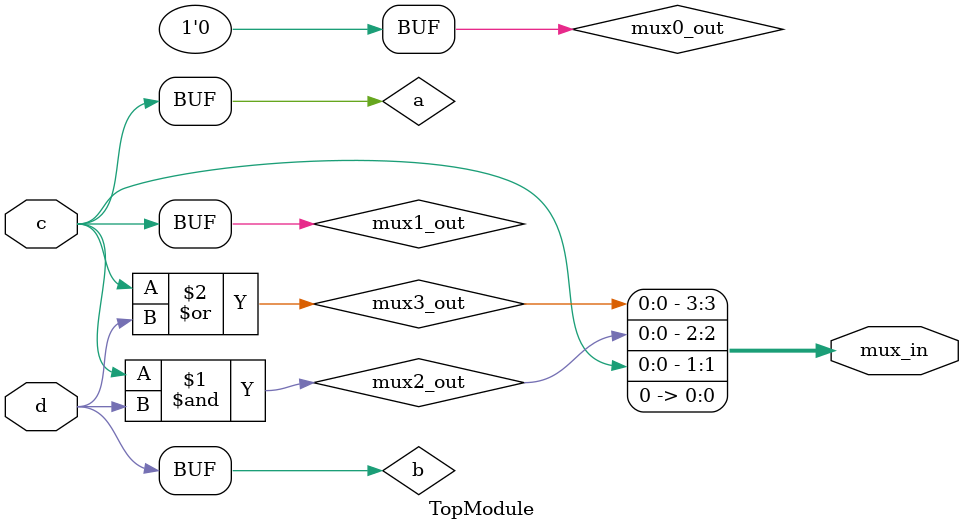
<source format=sv>
module TopModule (
    input logic c,
    input logic d,
    output logic [3:0] mux_in
);
    logic a = c;
    logic b = d;

    // 2-to-1 multiplexers
    logic mux0_out, mux1_out, mux2_out, mux3_out;

    assign mux0_out = 1'b0; // For ab = 00
    assign mux1_out = a;    // For ab = 01
    assign mux2_out = (a & b); // For ab = 11
    assign mux3_out = (a | b); // For ab = 10

    // Connect 2-to-1 mux outputs to 4-to-1 mux inputs
    assign mux_in[0] = mux0_out; // ab = 00
    assign mux_in[1] = mux1_out; // ab = 01
    assign mux_in[2] = mux2_out; // ab = 11
    assign mux_in[3] = mux3_out; // ab = 10

endmodule
</source>
